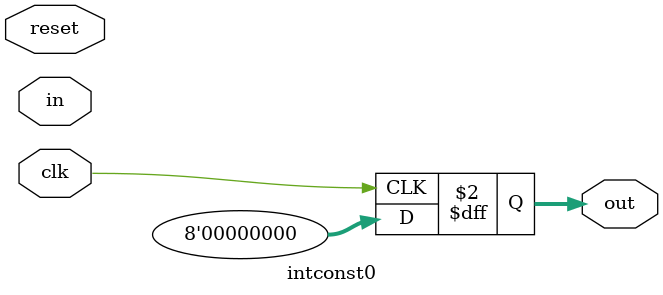
<source format=v>
module intconst0
  (input wire       reset,
   input wire       clk,
   input wire [7:0] in,
   output reg [7:0] out);

   always @(posedge clk) out <= 7'd0;

endmodule

</source>
